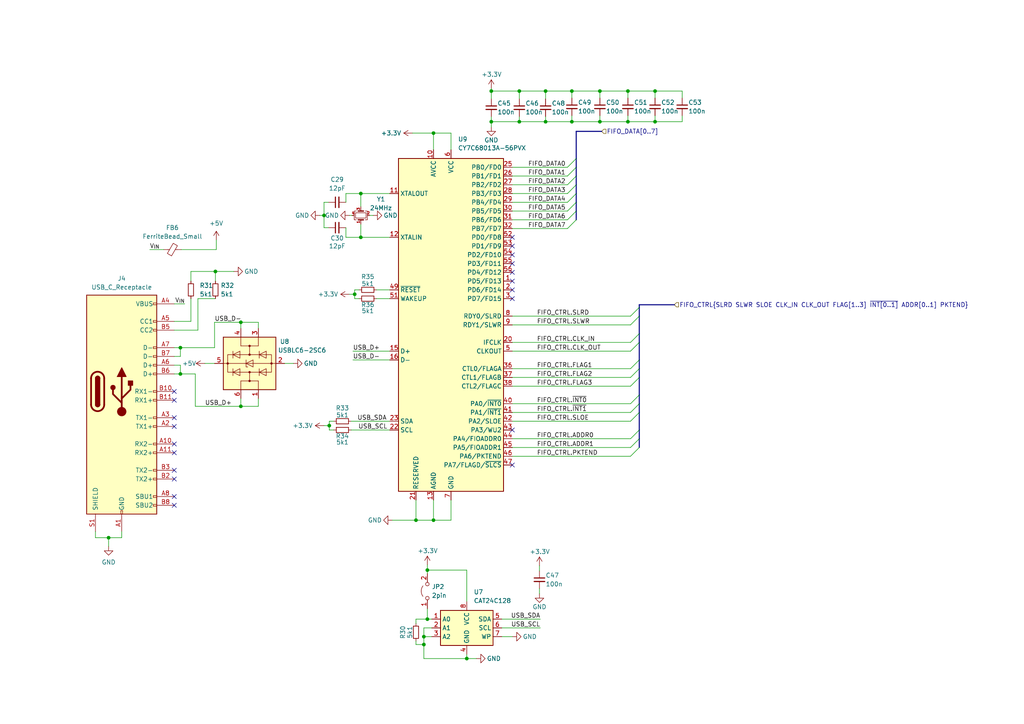
<source format=kicad_sch>
(kicad_sch (version 20230121) (generator eeschema)
  (paper "A4")
  (lib_symbols
    (symbol "Connector:USB_C_Receptacle" (pin_names (offset 1.016))
      (property "Reference" "J" (at -10.16 29.21 0))
      (property "Value" "USB_C_Receptacle" (at 10.16 29.21 0))
      (symbol "USB_C_Receptacle_0_0"
        (rectangle (start -0.254 -35.56) (end 0.254 -34.544))
        (rectangle (start 10.16 -32.766) (end 9.144 -33.274))
        (rectangle (start 10.16 -30.226) (end 9.144 -30.734))
        (rectangle (start 10.16 -25.146) (end 9.144 -25.654))
        (rectangle (start 10.16 -22.606) (end 9.144 -23.114))
        (rectangle (start 10.16 -17.526) (end 9.144 -18.034))
        (rectangle (start 10.16 -14.986) (end 9.144 -15.494))
        (rectangle (start 10.16 -9.906) (end 9.144 -10.414))
        (rectangle (start 10.16 -7.366) (end 9.144 -7.874))
        (rectangle (start 10.16 -2.286) (end 9.144 -2.794))
        (rectangle (start 10.16 0.254) (end 9.144 -0.254))
        (rectangle (start 10.16 5.334) (end 9.144 4.826))
        (rectangle (start 10.16 7.874) (end 9.144 7.366))
        (rectangle (start 10.16 10.414) (end 9.144 9.906))
        (rectangle (start 10.16 12.954) (end 9.144 12.446))
        (rectangle (start 10.16 18.034) (end 9.144 17.526))
        (rectangle (start 10.16 20.574) (end 9.144 20.066))
        (rectangle (start 10.16 25.654) (end 9.144 25.146))
      )
      (symbol "USB_C_Receptacle_0_1"
        (rectangle (start -10.16 27.94) (end 10.16 -35.56) (stroke (width 0.254)) (fill (type background)))
        (arc (start -8.89 -3.81) (mid -6.985 -5.7067) (end -5.08 -3.81) (stroke (width 0.508)))
        (arc (start -7.62 -3.81) (mid -6.985 -4.4423) (end -6.35 -3.81) (stroke (width 0.254)))
        (arc (start -7.62 -3.81) (mid -6.985 -4.4423) (end -6.35 -3.81) (stroke (width 0.254)) (fill (type outline)))
        (rectangle (start -7.62 -3.81) (end -6.35 3.81) (stroke (width 0.254)) (fill (type outline)))
        (arc (start -6.35 3.81) (mid -6.985 4.4423) (end -7.62 3.81) (stroke (width 0.254)))
        (arc (start -6.35 3.81) (mid -6.985 4.4423) (end -7.62 3.81) (stroke (width 0.254)) (fill (type outline)))
        (arc (start -5.08 3.81) (mid -6.985 5.7067) (end -8.89 3.81) (stroke (width 0.508)))
        (polyline (pts (xy -8.89 -3.81) (xy -8.89 3.81)) (stroke (width 0.508)))
        (polyline (pts (xy -5.08 3.81) (xy -5.08 -3.81)) (stroke (width 0.508)))
      )
      (symbol "USB_C_Receptacle_1_1"
        (circle (center -2.54 1.143) (radius 0.635) (stroke (width 0.254)) (fill (type outline)))
        (circle (center 0 -5.842) (radius 1.27) (fill (type outline)))
        (polyline (pts (xy 0 -5.842) (xy 0 4.318)) (stroke (width 0.508)))
        (polyline (pts (xy 0 -3.302) (xy -2.54 -0.762) (xy -2.54 0.508)) (stroke (width 0.508)))
        (polyline (pts (xy 0 -2.032) (xy 2.54 0.508) (xy 2.54 1.778)) (stroke (width 0.508)))
        (polyline (pts (xy -1.27 4.318) (xy 0 6.858) (xy 1.27 4.318) (xy -1.27 4.318)) (stroke (width 0.254)) (fill (type outline)))
        (rectangle (start 1.905 1.778) (end 3.175 3.048) (stroke (width 0.254)) (fill (type outline)))
        (pin passive line (at 0 -40.64 90) (length 5.08) (name "GND") (number "A1"))
        (pin bidirectional line (at 15.24 -15.24 180) (length 5.08) (name "RX2-") (number "A10"))
        (pin bidirectional line (at 15.24 -17.78 180) (length 5.08) (name "RX2+") (number "A11"))
        (pin passive line (at 0 -40.64 90) (length 5.08) hide (name "GND") (number "A12"))
        (pin bidirectional line (at 15.24 -10.16 180) (length 5.08) (name "TX1+") (number "A2"))
        (pin bidirectional line (at 15.24 -7.62 180) (length 5.08) (name "TX1-") (number "A3"))
        (pin passive line (at 15.24 25.4 180) (length 5.08) (name "VBUS") (number "A4"))
        (pin bidirectional line (at 15.24 20.32 180) (length 5.08) (name "CC1") (number "A5"))
        (pin bidirectional line (at 15.24 7.62 180) (length 5.08) (name "D+") (number "A6"))
        (pin bidirectional line (at 15.24 12.7 180) (length 5.08) (name "D-") (number "A7"))
        (pin bidirectional line (at 15.24 -30.48 180) (length 5.08) (name "SBU1") (number "A8"))
        (pin passive line (at 15.24 25.4 180) (length 5.08) hide (name "VBUS") (number "A9"))
        (pin passive line (at 0 -40.64 90) (length 5.08) hide (name "GND") (number "B1"))
        (pin bidirectional line (at 15.24 0 180) (length 5.08) (name "RX1-") (number "B10"))
        (pin bidirectional line (at 15.24 -2.54 180) (length 5.08) (name "RX1+") (number "B11"))
        (pin passive line (at 0 -40.64 90) (length 5.08) hide (name "GND") (number "B12"))
        (pin bidirectional line (at 15.24 -25.4 180) (length 5.08) (name "TX2+") (number "B2"))
        (pin bidirectional line (at 15.24 -22.86 180) (length 5.08) (name "TX2-") (number "B3"))
        (pin passive line (at 15.24 25.4 180) (length 5.08) hide (name "VBUS") (number "B4"))
        (pin bidirectional line (at 15.24 17.78 180) (length 5.08) (name "CC2") (number "B5"))
        (pin bidirectional line (at 15.24 5.08 180) (length 5.08) (name "D+") (number "B6"))
        (pin bidirectional line (at 15.24 10.16 180) (length 5.08) (name "D-") (number "B7"))
        (pin bidirectional line (at 15.24 -33.02 180) (length 5.08) (name "SBU2") (number "B8"))
        (pin passive line (at 15.24 25.4 180) (length 5.08) hide (name "VBUS") (number "B9"))
        (pin passive line (at -7.62 -40.64 90) (length 5.08) (name "SHIELD") (number "S1"))
      )
    )
    (symbol "Device:C_Small" (pin_numbers hide) (pin_names (offset 0.254) hide)
      (property "Reference" "C" (at 0.254 1.778 0))
      (property "Value" "C_Small" (at 0.254 -2.032 0))
      (symbol "C_Small_0_1"
        (polyline (pts (xy -1.524 -0.508) (xy 1.524 -0.508)) (stroke (width 0.3302)))
        (polyline (pts (xy -1.524 0.508) (xy 1.524 0.508)) (stroke (width 0.3048)))
      )
      (symbol "C_Small_1_1"
        (pin passive line (at 0 2.54 270) (length 2.032) (name "~") (number "1"))
        (pin passive line (at 0 -2.54 90) (length 2.032) (name "~") (number "2"))
      )
    )
    (symbol "Device:Crystal_GND24_Small" (pin_names (offset 1.016) hide)
      (property "Reference" "Y" (at 1.27 4.445 0))
      (property "Value" "Crystal_GND24_Small" (at 1.27 2.54 0))
      (symbol "Crystal_GND24_Small_0_1"
        (rectangle (start -0.762 -1.524) (end 0.762 1.524))
        (polyline (pts (xy -1.27 -0.762) (xy -1.27 0.762)) (stroke (width 0.381)))
        (polyline (pts (xy 1.27 -0.762) (xy 1.27 0.762)) (stroke (width 0.381)))
        (polyline (pts (xy -1.27 -1.27) (xy -1.27 -1.905) (xy 1.27 -1.905) (xy 1.27 -1.27)))
        (polyline (pts (xy -1.27 1.27) (xy -1.27 1.905) (xy 1.27 1.905) (xy 1.27 1.27)))
      )
      (symbol "Crystal_GND24_Small_1_1"
        (pin passive line (at -2.54 0 0) (length 1.27) (name "1") (number "1"))
        (pin passive line (at 0 -2.54 90) (length 0.635) (name "2") (number "2"))
        (pin passive line (at 2.54 0 180) (length 1.27) (name "3") (number "3"))
        (pin passive line (at 0 2.54 270) (length 0.635) (name "4") (number "4"))
      )
    )
    (symbol "Device:FerriteBead_Small" (pin_numbers hide) (pin_names (offset 0))
      (property "Reference" "FB" (at 1.905 1.27 0))
      (property "Value" "FerriteBead_Small" (at 1.905 -1.27 0))
      (symbol "FerriteBead_Small_0_1"
        (polyline (pts (xy 0 -1.27) (xy 0 -0.7874)))
        (polyline (pts (xy 0 0.889) (xy 0 1.2954)))
        (polyline (pts (xy -1.8288 0.2794) (xy -1.1176 1.4986) (xy 1.8288 -0.2032) (xy 1.1176 -1.4224) (xy -1.8288 0.2794)))
      )
      (symbol "FerriteBead_Small_1_1"
        (pin passive line (at 0 2.54 270) (length 1.27) (name "~") (number "1"))
        (pin passive line (at 0 -2.54 90) (length 1.27) (name "~") (number "2"))
      )
    )
    (symbol "Device:R_Small" (pin_numbers hide) (pin_names (offset 0.254) hide)
      (property "Reference" "R" (at 0.762 0.508 0))
      (property "Value" "R_Small" (at 0.762 -1.016 0))
      (symbol "R_Small_0_1"
        (rectangle (start -0.762 1.778) (end 0.762 -1.778) (stroke (width 0.2032)))
      )
      (symbol "R_Small_1_1"
        (pin passive line (at 0 2.54 270) (length 0.762) (name "~") (number "1"))
        (pin passive line (at 0 -2.54 90) (length 0.762) (name "~") (number "2"))
      )
    )
    (symbol "Jumper:Jumper_2_Open" (pin_names (offset 0) hide)
      (property "Reference" "JP" (at 0 2.794 0))
      (property "Value" "Jumper_2_Open" (at 0 -2.286 0))
      (symbol "Jumper_2_Open_0_0"
        (circle (center -2.032 0) (radius 0.508))
        (circle (center 2.032 0) (radius 0.508))
      )
      (symbol "Jumper_2_Open_0_1"
        (arc (start 1.524 1.27) (mid 0 1.778) (end -1.524 1.27))
      )
      (symbol "Jumper_2_Open_1_1"
        (pin passive line (at -5.08 0 0) (length 2.54) (name "A") (number "1"))
        (pin passive line (at 5.08 0 180) (length 2.54) (name "B") (number "2"))
      )
    )
    (symbol "MCU_Cypress:CY7C68013A-56PVX"
      (property "Reference" "U" (at -13.97 49.53 0))
      (property "Value" "CY7C68013A-56PVX" (at 12.7 49.53 0))
      (symbol "CY7C68013A-56PVX_0_1"
        (rectangle (start 15.24 -48.26) (end -15.24 48.26) (stroke (width 0.254)) (fill (type background)))
      )
      (symbol "CY7C68013A-56PVX_1_1"
        (pin bidirectional line (at 17.78 12.7 180) (length 2.54) (name "PD5/FD13") (number "1"))
        (pin power_in line (at -5.08 50.8 270) (length 2.54) (name "AVCC") (number "10"))
        (pin output line (at -17.78 38.1 0) (length 2.54) (name "XTALOUT") (number "11"))
        (pin input line (at -17.78 25.4 0) (length 2.54) (name "XTALIN") (number "12"))
        (pin power_in line (at -5.08 -50.8 90) (length 2.54) (name "AGND") (number "13"))
        (pin passive line (at -5.08 50.8 270) (length 2.54) hide (name "AVCC") (number "14"))
        (pin bidirectional line (at -17.78 -7.62 0) (length 2.54) (name "D+") (number "15"))
        (pin bidirectional line (at -17.78 -10.16 0) (length 2.54) (name "D-") (number "16"))
        (pin passive line (at -5.08 -50.8 90) (length 2.54) hide (name "AGND") (number "17"))
        (pin passive line (at 0 50.8 270) (length 2.54) hide (name "VCC") (number "18"))
        (pin passive line (at 0 -50.8 90) (length 2.54) hide (name "GND") (number "19"))
        (pin bidirectional line (at 17.78 10.16 180) (length 2.54) (name "PD6/FD14") (number "2"))
        (pin bidirectional line (at 17.78 -5.08 180) (length 2.54) (name "IFCLK") (number "20"))
        (pin input line (at -10.16 -50.8 90) (length 2.54) (name "RESERVED") (number "21"))
        (pin input line (at -17.78 -30.48 0) (length 2.54) (name "SCL") (number "22"))
        (pin bidirectional line (at -17.78 -27.94 0) (length 2.54) (name "SDA") (number "23"))
        (pin passive line (at 0 50.8 270) (length 2.54) hide (name "VCC") (number "24"))
        (pin bidirectional line (at 17.78 45.72 180) (length 2.54) (name "PB0/FD0") (number "25"))
        (pin bidirectional line (at 17.78 43.18 180) (length 2.54) (name "PB1/FD1") (number "26"))
        (pin bidirectional line (at 17.78 40.64 180) (length 2.54) (name "PB2/FD2") (number "27"))
        (pin bidirectional line (at 17.78 38.1 180) (length 2.54) (name "PB3/FD3") (number "28"))
        (pin bidirectional line (at 17.78 35.56 180) (length 2.54) (name "PB4/FD4") (number "29"))
        (pin bidirectional line (at 17.78 7.62 180) (length 2.54) (name "PD7/FD15") (number "3"))
        (pin bidirectional line (at 17.78 33.02 180) (length 2.54) (name "PB5/FD5") (number "30"))
        (pin bidirectional line (at 17.78 30.48 180) (length 2.54) (name "PB6/FD6") (number "31"))
        (pin bidirectional line (at 17.78 27.94 180) (length 2.54) (name "PB7/FD7") (number "32"))
        (pin passive line (at 0 -50.8 90) (length 2.54) hide (name "GND") (number "33"))
        (pin passive line (at 0 50.8 270) (length 2.54) hide (name "VCC") (number "34"))
        (pin passive line (at 0 -50.8 90) (length 2.54) hide (name "GND") (number "35"))
        (pin output line (at 17.78 -12.7 180) (length 2.54) (name "CTL0/FLAGA") (number "36"))
        (pin output line (at 17.78 -15.24 180) (length 2.54) (name "CTL1/FLAGB") (number "37"))
        (pin output line (at 17.78 -17.78 180) (length 2.54) (name "CTL2/FLAGC") (number "38"))
        (pin passive line (at 0 50.8 270) (length 2.54) hide (name "VCC") (number "39"))
        (pin passive line (at 0 -50.8 90) (length 2.54) hide (name "GND") (number "4"))
        (pin bidirectional line (at 17.78 -22.86 180) (length 2.54) (name "PA0/~{INT0}") (number "40"))
        (pin bidirectional line (at 17.78 -25.4 180) (length 2.54) (name "PA1/~{INT1}") (number "41"))
        (pin bidirectional line (at 17.78 -27.94 180) (length 2.54) (name "PA2/SLOE") (number "42"))
        (pin bidirectional line (at 17.78 -30.48 180) (length 2.54) (name "PA3/WU2") (number "43"))
        (pin bidirectional line (at 17.78 -33.02 180) (length 2.54) (name "PA4/FIOADDR0") (number "44"))
        (pin bidirectional line (at 17.78 -35.56 180) (length 2.54) (name "PA5/FIOADDR1") (number "45"))
        (pin bidirectional line (at 17.78 -38.1 180) (length 2.54) (name "PA6/PKTEND") (number "46"))
        (pin bidirectional line (at 17.78 -40.64 180) (length 2.54) (name "PA7/FLAGD/~{SLCS}") (number "47"))
        (pin passive line (at 0 -50.8 90) (length 2.54) hide (name "GND") (number "48"))
        (pin input line (at -17.78 10.16 0) (length 2.54) (name "~{RESET}") (number "49"))
        (pin output line (at 17.78 -7.62 180) (length 2.54) (name "CLKOUT") (number "5"))
        (pin passive line (at 0 50.8 270) (length 2.54) hide (name "VCC") (number "50"))
        (pin input line (at -17.78 7.62 0) (length 2.54) (name "WAKEUP") (number "51"))
        (pin bidirectional line (at 17.78 25.4 180) (length 2.54) (name "PD0/FD8") (number "52"))
        (pin bidirectional line (at 17.78 22.86 180) (length 2.54) (name "PD1/FD9") (number "53"))
        (pin bidirectional line (at 17.78 20.32 180) (length 2.54) (name "PD2/FD10") (number "54"))
        (pin bidirectional line (at 17.78 17.78 180) (length 2.54) (name "PD3/FD11") (number "55"))
        (pin bidirectional line (at 17.78 15.24 180) (length 2.54) (name "PD4/FD12") (number "56"))
        (pin power_in line (at 0 50.8 270) (length 2.54) (name "VCC") (number "6"))
        (pin power_in line (at 0 -50.8 90) (length 2.54) (name "GND") (number "7"))
        (pin input line (at 17.78 2.54 180) (length 2.54) (name "RDY0/SLRD") (number "8"))
        (pin input line (at 17.78 0 180) (length 2.54) (name "RDY1/SLWR") (number "9"))
      )
    )
    (symbol "Memory_EEPROM:CAT24C128"
      (property "Reference" "U" (at -6.35 6.35 0))
      (property "Value" "CAT24C128" (at 1.27 6.35 0))
      (symbol "CAT24C128_1_1"
        (rectangle (start -7.62 5.08) (end 7.62 -5.08) (stroke (width 0.254)) (fill (type background)))
        (pin input line (at -10.16 2.54 0) (length 2.54) (name "A0") (number "1"))
        (pin input line (at -10.16 0 0) (length 2.54) (name "A1") (number "2"))
        (pin input line (at -10.16 -2.54 0) (length 2.54) (name "A2") (number "3"))
        (pin power_in line (at 0 -7.62 90) (length 2.54) (name "GND") (number "4"))
        (pin bidirectional line (at 10.16 2.54 180) (length 2.54) (name "SDA") (number "5"))
        (pin input line (at 10.16 0 180) (length 2.54) (name "SCL") (number "6"))
        (pin input line (at 10.16 -2.54 180) (length 2.54) (name "WP") (number "7"))
        (pin power_in line (at 0 7.62 270) (length 2.54) (name "VCC") (number "8"))
      )
    )
    (symbol "Power_Protection:USBLC6-2SC6" (pin_names hide)
      (property "Reference" "U" (at 2.54 8.89 0))
      (property "Value" "USBLC6-2SC6" (at 2.54 -8.89 0))
      (symbol "USBLC6-2SC6_0_1"
        (rectangle (start -7.62 -7.62) (end 7.62 7.62) (stroke (width 0.254)) (fill (type background)))
        (circle (center -5.08 0) (radius 0.254) (fill (type outline)))
        (circle (center -2.54 0) (radius 0.254) (fill (type outline)))
        (rectangle (start -2.54 6.35) (end 2.54 -6.35))
        (circle (center 0 -6.35) (radius 0.254) (fill (type outline)))
        (polyline (pts (xy -5.08 -2.54) (xy -7.62 -2.54)))
        (polyline (pts (xy -5.08 0) (xy -5.08 -2.54)))
        (polyline (pts (xy -5.08 2.54) (xy -7.62 2.54)))
        (polyline (pts (xy -1.524 -2.794) (xy -3.556 -2.794)))
        (polyline (pts (xy -1.524 4.826) (xy -3.556 4.826)))
        (polyline (pts (xy 0 -7.62) (xy 0 -6.35)))
        (polyline (pts (xy 0 -6.35) (xy 0 1.27)))
        (polyline (pts (xy 0 1.27) (xy 0 6.35)))
        (polyline (pts (xy 0 6.35) (xy 0 7.62)))
        (polyline (pts (xy 1.524 -2.794) (xy 3.556 -2.794)))
        (polyline (pts (xy 1.524 4.826) (xy 3.556 4.826)))
        (polyline (pts (xy 5.08 -2.54) (xy 7.62 -2.54)))
        (polyline (pts (xy 5.08 0) (xy 5.08 -2.54)))
        (polyline (pts (xy 5.08 2.54) (xy 7.62 2.54)))
        (polyline (pts (xy -2.54 0) (xy -5.08 0) (xy -5.08 2.54)))
        (polyline (pts (xy 2.54 0) (xy 5.08 0) (xy 5.08 2.54)))
        (polyline (pts (xy -3.556 -4.826) (xy -1.524 -4.826) (xy -2.54 -2.794) (xy -3.556 -4.826)))
        (polyline (pts (xy -3.556 2.794) (xy -1.524 2.794) (xy -2.54 4.826) (xy -3.556 2.794)))
        (polyline (pts (xy -1.016 -1.016) (xy 1.016 -1.016) (xy 0 1.016) (xy -1.016 -1.016)))
        (polyline (pts (xy 1.016 1.016) (xy 0.762 1.016) (xy -1.016 1.016) (xy -1.016 0.508)))
        (polyline (pts (xy 3.556 -4.826) (xy 1.524 -4.826) (xy 2.54 -2.794) (xy 3.556 -4.826)))
        (polyline (pts (xy 3.556 2.794) (xy 1.524 2.794) (xy 2.54 4.826) (xy 3.556 2.794)))
        (circle (center 0 6.35) (radius 0.254) (fill (type outline)))
        (circle (center 2.54 0) (radius 0.254) (fill (type outline)))
        (circle (center 5.08 0) (radius 0.254) (fill (type outline)))
      )
      (symbol "USBLC6-2SC6_1_1"
        (pin passive line (at -10.16 -2.54 0) (length 2.54) (name "I/O1") (number "1"))
        (pin passive line (at 0 -10.16 90) (length 2.54) (name "GND") (number "2"))
        (pin passive line (at 10.16 -2.54 180) (length 2.54) (name "I/O2") (number "3"))
        (pin passive line (at 10.16 2.54 180) (length 2.54) (name "I/O2") (number "4"))
        (pin passive line (at 0 10.16 270) (length 2.54) (name "VBUS") (number "5"))
        (pin passive line (at -10.16 2.54 0) (length 2.54) (name "I/O1") (number "6"))
      )
    )
    (symbol "power:+3.3V" (power) (pin_names (offset 0))
      (property "Value" "+3.3V" (at 0 3.556 0))
      (symbol "+3.3V_0_1"
        (polyline (pts (xy -0.762 1.27) (xy 0 2.54)))
        (polyline (pts (xy 0 0) (xy 0 2.54)))
        (polyline (pts (xy 0 2.54) (xy 0.762 1.27)))
      )
      (symbol "+3.3V_1_1"
        (pin power_in line (at 0 0 90) (length 0) hide (name "+3.3V") (number "1"))
      )
    )
    (symbol "power:+5V" (power) (pin_names (offset 0))
      (property "Value" "+5V" (at 0 3.556 0))
      (symbol "+5V_0_1"
        (polyline (pts (xy -0.762 1.27) (xy 0 2.54)))
        (polyline (pts (xy 0 0) (xy 0 2.54)))
        (polyline (pts (xy 0 2.54) (xy 0.762 1.27)))
      )
      (symbol "+5V_1_1"
        (pin power_in line (at 0 0 90) (length 0) hide (name "+5V") (number "1"))
      )
    )
    (symbol "power:GND" (power) (pin_names (offset 0))
      (property "Value" "GND" (at 0 -3.81 0))
      (symbol "GND_0_1"
        (polyline (pts (xy 0 0) (xy 0 -1.27) (xy 1.27 -1.27) (xy 0 -2.54) (xy -1.27 -1.27) (xy 0 -1.27)))
      )
      (symbol "GND_1_1"
        (pin power_in line (at 0 0 270) (length 0) hide (name "GND") (number "1"))
      )
    )
  )
  (bus_alias "FIFO_DATA[0-7]" (members))
  (junction (at 120.65 150.876))
  (junction (at 69.85 117.856))
  (junction (at 189.992 35.306))
  (junction (at 52.324 108.458))
  (junction (at 158.242 35.306))
  (junction (at 122.936 184.658))
  (junction (at 173.99 26.416))
  (junction (at 135.382 191.008))
  (junction (at 173.99 35.306))
  (junction (at 150.622 35.306))
  (junction (at 62.484 78.74))
  (junction (at 69.85 93.472))
  (junction (at 52.324 100.838))
  (junction (at 93.98 62.484))
  (junction (at 123.952 165.354))
  (junction (at 165.862 35.306))
  (junction (at 142.494 26.416))
  (junction (at 150.622 26.416))
  (junction (at 158.242 26.416))
  (junction (at 123.952 179.578))
  (junction (at 182.118 26.416))
  (junction (at 104.648 68.834))
  (junction (at 102.87 85.344))
  (junction (at 182.118 35.306))
  (junction (at 95.504 123.444))
  (junction (at 165.862 26.416))
  (junction (at 104.648 56.134))
  (junction (at 125.73 150.876))
  (junction (at 142.494 35.306))
  (junction (at 31.496 155.956))
  (junction (at 189.992 26.416))
  (junction (at 122.936 186.944))
  (junction (at 125.73 38.608))
  (no_connect (at 50.546 128.778))
  (no_connect (at 148.59 124.714))
  (no_connect (at 50.546 138.938))
  (no_connect (at 50.546 136.398))
  (no_connect (at 50.546 146.558))
  (no_connect (at 50.546 116.078))
  (no_connect (at 50.546 144.018))
  (no_connect (at 50.546 131.318))
  (no_connect (at 50.546 121.158))
  (no_connect (at 148.59 68.834))
  (no_connect (at 148.59 71.374))
  (no_connect (at 148.59 73.914))
  (no_connect (at 148.59 76.454))
  (no_connect (at 148.59 86.614))
  (no_connect (at 148.59 81.534))
  (no_connect (at 148.59 84.074))
  (no_connect (at 148.59 78.994))
  (no_connect (at 50.546 123.698))
  (no_connect (at 50.546 113.538))
  (no_connect (at 148.59 134.874))
  (bus_entry (at 185.42 127.254) (size -2.54 2.54))
  (bus_entry (at 167.132 53.594) (size -2.54 2.54))
  (bus_entry (at 167.132 58.674) (size -2.54 2.54))
  (bus_entry (at 185.42 99.314) (size -2.54 2.54))
  (bus_entry (at 185.42 117.094) (size -2.54 2.54))
  (bus_entry (at 167.132 56.134) (size -2.54 2.54))
  (bus_entry (at 167.132 45.974) (size -2.54 2.54))
  (bus_entry (at 167.132 51.054) (size -2.54 2.54))
  (bus_entry (at 185.42 106.934) (size -2.54 2.54))
  (bus_entry (at 167.132 63.754) (size -2.54 2.54))
  (bus_entry (at 167.132 48.514) (size -2.54 2.54))
  (bus_entry (at 167.132 61.214) (size -2.54 2.54))
  (bus_entry (at 185.42 114.554) (size -2.54 2.54))
  (bus_entry (at 185.42 109.474) (size -2.54 2.54))
  (bus_entry (at 185.42 124.714) (size -2.54 2.54))
  (bus_entry (at 185.42 89.154) (size -2.54 2.54))
  (bus_entry (at 185.42 104.394) (size -2.54 2.54))
  (bus_entry (at 185.42 91.694) (size -2.54 2.54))
  (bus_entry (at 185.42 96.774) (size -2.54 2.54))
  (bus_entry (at 185.42 119.634) (size -2.54 2.54))
  (bus_entry (at 185.42 129.794) (size -2.54 2.54))
  (wire (pts (xy 52.324 108.458) (xy 50.546 108.458)))
  (wire (pts (xy 62.484 78.74) (xy 62.484 81.534)))
  (wire (pts (xy 74.93 95.25) (xy 74.93 93.472)))
  (wire (pts (xy 148.59 122.174) (xy 182.88 122.174)))
  (wire (pts (xy 123.952 165.354) (xy 123.952 166.37)))
  (bus (pts (xy 174.498 38.1) (xy 167.132 38.1)))
  (bus (pts (xy 167.132 51.054) (xy 167.132 53.594)))
  (wire (pts (xy 130.81 150.876) (xy 125.73 150.876)))
  (bus (pts (xy 195.58 88.392) (xy 185.42 88.392)))
  (wire (pts (xy 148.59 101.854) (xy 182.88 101.854)))
  (wire (pts (xy 35.306 155.956) (xy 31.496 155.956)))
  (wire (pts (xy 74.93 117.856) (xy 69.85 117.856)))
  (wire (pts (xy 69.85 115.57) (xy 69.85 117.856)))
  (bus (pts (xy 167.132 53.594) (xy 167.132 56.134)))
  (wire (pts (xy 150.622 33.782) (xy 150.622 35.306)))
  (wire (pts (xy 165.862 26.416) (xy 173.99 26.416)))
  (wire (pts (xy 82.55 105.41) (xy 85.09 105.41)))
  (wire (pts (xy 148.59 117.094) (xy 182.88 117.094)))
  (bus (pts (xy 185.42 106.934) (xy 185.42 109.474)))
  (wire (pts (xy 69.85 93.472) (xy 69.85 95.25)))
  (wire (pts (xy 182.118 35.306) (xy 189.992 35.306)))
  (wire (pts (xy 125.73 38.608) (xy 125.73 43.434)))
  (wire (pts (xy 156.464 164.084) (xy 156.464 165.608)))
  (bus (pts (xy 185.42 124.714) (xy 185.42 127.254)))
  (bus (pts (xy 167.132 48.514) (xy 167.132 51.054)))
  (wire (pts (xy 62.484 78.74) (xy 55.372 78.74)))
  (wire (pts (xy 148.59 66.294) (xy 164.592 66.294)))
  (wire (pts (xy 165.862 35.306) (xy 173.99 35.306)))
  (wire (pts (xy 197.866 26.416) (xy 197.866 28.448)))
  (wire (pts (xy 104.648 68.834) (xy 100.33 68.834)))
  (wire (pts (xy 104.648 65.024) (xy 104.648 68.834)))
  (wire (pts (xy 104.648 56.134) (xy 100.33 56.134)))
  (wire (pts (xy 104.648 56.134) (xy 104.648 59.944)))
  (wire (pts (xy 102.362 104.394) (xy 113.03 104.394)))
  (wire (pts (xy 148.59 58.674) (xy 164.592 58.674)))
  (bus (pts (xy 185.42 119.634) (xy 185.42 124.714)))
  (wire (pts (xy 122.936 186.944) (xy 122.936 191.008)))
  (wire (pts (xy 135.382 165.354) (xy 135.382 174.498)))
  (wire (pts (xy 104.14 84.074) (xy 102.87 84.074)))
  (wire (pts (xy 62.484 86.614) (xy 57.404 86.614)))
  (wire (pts (xy 189.992 33.528) (xy 189.992 35.306)))
  (wire (pts (xy 57.404 86.614) (xy 57.404 95.758)))
  (wire (pts (xy 142.494 25.654) (xy 142.494 26.416)))
  (wire (pts (xy 189.992 26.416) (xy 197.866 26.416)))
  (bus (pts (xy 185.42 104.394) (xy 185.42 106.934)))
  (wire (pts (xy 189.992 26.416) (xy 189.992 28.448)))
  (wire (pts (xy 142.494 33.782) (xy 142.494 35.306)))
  (wire (pts (xy 56.642 108.458) (xy 52.324 108.458)))
  (wire (pts (xy 52.578 72.39) (xy 62.738 72.39)))
  (wire (pts (xy 142.494 26.416) (xy 150.622 26.416)))
  (wire (pts (xy 165.862 26.416) (xy 165.862 28.448)))
  (wire (pts (xy 150.622 26.416) (xy 150.622 28.702)))
  (wire (pts (xy 93.98 123.444) (xy 95.504 123.444)))
  (wire (pts (xy 52.324 100.838) (xy 52.324 103.378)))
  (wire (pts (xy 148.59 61.214) (xy 164.592 61.214)))
  (bus (pts (xy 185.42 99.314) (xy 185.42 104.394)))
  (wire (pts (xy 31.496 155.956) (xy 27.686 155.956)))
  (wire (pts (xy 74.93 115.57) (xy 74.93 117.856)))
  (wire (pts (xy 93.98 66.04) (xy 95.25 66.04)))
  (wire (pts (xy 119.634 38.608) (xy 125.73 38.608)))
  (wire (pts (xy 95.25 58.674) (xy 93.98 58.674)))
  (bus (pts (xy 167.132 38.1) (xy 167.132 45.974)))
  (wire (pts (xy 102.87 86.614) (xy 104.14 86.614)))
  (wire (pts (xy 47.498 72.39) (xy 43.434 72.39)))
  (wire (pts (xy 52.324 103.378) (xy 50.546 103.378)))
  (wire (pts (xy 148.59 91.694) (xy 182.88 91.694)))
  (wire (pts (xy 148.59 53.594) (xy 164.592 53.594)))
  (wire (pts (xy 148.59 56.134) (xy 164.592 56.134)))
  (wire (pts (xy 197.866 33.528) (xy 197.866 35.306)))
  (wire (pts (xy 156.464 170.688) (xy 156.464 172.212)))
  (bus (pts (xy 185.42 96.774) (xy 185.42 99.314)))
  (wire (pts (xy 57.404 95.758) (xy 50.546 95.758)))
  (wire (pts (xy 135.382 191.008) (xy 135.382 189.738)))
  (wire (pts (xy 182.118 33.528) (xy 182.118 35.306)))
  (bus (pts (xy 185.42 109.474) (xy 185.42 114.554)))
  (wire (pts (xy 74.93 93.472) (xy 69.85 93.472)))
  (wire (pts (xy 50.546 88.138) (xy 53.594 88.138)))
  (wire (pts (xy 150.622 35.306) (xy 158.242 35.306)))
  (wire (pts (xy 158.242 33.782) (xy 158.242 35.306)))
  (wire (pts (xy 148.59 119.634) (xy 182.88 119.634)))
  (wire (pts (xy 125.222 179.578) (xy 123.952 179.578)))
  (wire (pts (xy 96.774 122.174) (xy 95.504 122.174)))
  (wire (pts (xy 182.118 26.416) (xy 182.118 28.448)))
  (wire (pts (xy 55.372 93.218) (xy 55.372 86.614)))
  (wire (pts (xy 122.936 191.008) (xy 135.382 191.008)))
  (bus (pts (xy 167.132 56.134) (xy 167.132 58.674)))
  (wire (pts (xy 148.59 94.234) (xy 182.88 94.234)))
  (bus (pts (xy 185.42 88.392) (xy 185.42 89.154)))
  (wire (pts (xy 62.23 93.472) (xy 62.23 100.838)))
  (wire (pts (xy 173.99 26.416) (xy 173.99 28.448)))
  (wire (pts (xy 148.59 63.754) (xy 164.592 63.754)))
  (wire (pts (xy 27.686 155.956) (xy 27.686 154.178)))
  (bus (pts (xy 185.42 117.094) (xy 185.42 119.634)))
  (wire (pts (xy 69.85 93.472) (xy 62.23 93.472)))
  (wire (pts (xy 35.306 154.178) (xy 35.306 155.956)))
  (wire (pts (xy 52.324 105.918) (xy 52.324 108.458)))
  (wire (pts (xy 113.03 56.134) (xy 104.648 56.134)))
  (wire (pts (xy 125.73 150.876) (xy 120.65 150.876)))
  (wire (pts (xy 165.862 33.528) (xy 165.862 35.306)))
  (wire (pts (xy 56.642 117.856) (xy 56.642 108.458)))
  (wire (pts (xy 122.936 184.658) (xy 122.936 186.944)))
  (wire (pts (xy 123.952 176.53) (xy 123.952 179.578)))
  (wire (pts (xy 142.494 35.306) (xy 142.494 36.83)))
  (wire (pts (xy 148.59 112.014) (xy 182.88 112.014)))
  (bus (pts (xy 185.42 89.154) (xy 185.42 91.694)))
  (wire (pts (xy 122.936 182.118) (xy 122.936 184.658)))
  (wire (pts (xy 135.382 191.008) (xy 138.176 191.008)))
  (wire (pts (xy 93.98 62.484) (xy 93.98 66.04)))
  (wire (pts (xy 148.59 127.254) (xy 182.88 127.254)))
  (wire (pts (xy 102.87 84.074) (xy 102.87 85.344)))
  (wire (pts (xy 148.59 129.794) (xy 182.88 129.794)))
  (wire (pts (xy 148.59 132.334) (xy 182.88 132.334)))
  (wire (pts (xy 148.59 109.474) (xy 182.88 109.474)))
  (wire (pts (xy 130.81 43.434) (xy 130.81 38.608)))
  (wire (pts (xy 173.99 33.528) (xy 173.99 35.306)))
  (wire (pts (xy 95.504 123.444) (xy 95.504 124.714)))
  (wire (pts (xy 120.65 185.928) (xy 120.65 186.944)))
  (wire (pts (xy 158.242 35.306) (xy 165.862 35.306)))
  (bus (pts (xy 185.42 114.554) (xy 185.42 117.094)))
  (wire (pts (xy 101.854 124.714) (xy 113.03 124.714)))
  (wire (pts (xy 130.81 38.608) (xy 125.73 38.608)))
  (wire (pts (xy 125.73 145.034) (xy 125.73 150.876)))
  (wire (pts (xy 120.65 150.876) (xy 113.792 150.876)))
  (wire (pts (xy 123.952 179.578) (xy 120.65 179.578)))
  (wire (pts (xy 148.59 48.514) (xy 164.592 48.514)))
  (bus (pts (xy 167.132 58.674) (xy 167.132 61.214)))
  (wire (pts (xy 150.622 26.416) (xy 158.242 26.416)))
  (wire (pts (xy 189.992 35.306) (xy 197.866 35.306)))
  (wire (pts (xy 120.65 179.578) (xy 120.65 180.848)))
  (wire (pts (xy 50.546 93.218) (xy 55.372 93.218)))
  (wire (pts (xy 69.85 117.856) (xy 56.642 117.856)))
  (wire (pts (xy 158.242 26.416) (xy 165.862 26.416)))
  (wire (pts (xy 145.542 179.578) (xy 156.718 179.578)))
  (wire (pts (xy 173.99 35.306) (xy 182.118 35.306)))
  (wire (pts (xy 62.23 100.838) (xy 52.324 100.838)))
  (wire (pts (xy 122.936 184.658) (xy 125.222 184.658)))
  (wire (pts (xy 109.22 86.614) (xy 113.03 86.614)))
  (wire (pts (xy 95.504 124.714) (xy 96.774 124.714)))
  (wire (pts (xy 142.494 35.306) (xy 150.622 35.306)))
  (wire (pts (xy 59.436 105.41) (xy 62.23 105.41)))
  (wire (pts (xy 113.03 68.834) (xy 104.648 68.834)))
  (wire (pts (xy 145.542 184.658) (xy 148.59 184.658)))
  (wire (pts (xy 50.546 100.838) (xy 52.324 100.838)))
  (wire (pts (xy 102.87 85.344) (xy 102.87 86.614)))
  (wire (pts (xy 148.59 106.934) (xy 182.88 106.934)))
  (wire (pts (xy 173.99 26.416) (xy 182.118 26.416)))
  (wire (pts (xy 123.952 165.354) (xy 135.382 165.354)))
  (wire (pts (xy 148.59 51.054) (xy 164.592 51.054)))
  (wire (pts (xy 101.346 85.344) (xy 102.87 85.344)))
  (wire (pts (xy 92.71 62.484) (xy 93.98 62.484)))
  (wire (pts (xy 182.118 26.416) (xy 189.992 26.416)))
  (wire (pts (xy 95.504 122.174) (xy 95.504 123.444)))
  (wire (pts (xy 67.818 78.74) (xy 62.484 78.74)))
  (wire (pts (xy 102.362 101.854) (xy 113.03 101.854)))
  (wire (pts (xy 107.188 62.484) (xy 108.204 62.484)))
  (wire (pts (xy 145.542 182.118) (xy 156.718 182.118)))
  (wire (pts (xy 123.952 163.83) (xy 123.952 165.354)))
  (wire (pts (xy 148.59 99.314) (xy 182.88 99.314)))
  (wire (pts (xy 130.81 145.034) (xy 130.81 150.876)))
  (wire (pts (xy 62.738 72.39) (xy 62.738 69.596)))
  (bus (pts (xy 185.42 127.254) (xy 185.42 129.794)))
  (wire (pts (xy 101.346 62.484) (xy 102.108 62.484)))
  (wire (pts (xy 31.496 155.956) (xy 31.496 158.496)))
  (wire (pts (xy 100.33 56.134) (xy 100.33 58.674)))
  (wire (pts (xy 93.98 58.674) (xy 93.98 62.484)))
  (wire (pts (xy 120.65 145.034) (xy 120.65 150.876)))
  (bus (pts (xy 167.132 61.214) (xy 167.132 63.754)))
  (bus (pts (xy 185.42 91.694) (xy 185.42 96.774)))
  (wire (pts (xy 55.372 78.74) (xy 55.372 81.534)))
  (wire (pts (xy 101.854 122.174) (xy 113.03 122.174)))
  (wire (pts (xy 158.242 26.416) (xy 158.242 28.702)))
  (wire (pts (xy 50.546 105.918) (xy 52.324 105.918)))
  (wire (pts (xy 142.494 26.416) (xy 142.494 28.702)))
  (wire (pts (xy 109.22 84.074) (xy 113.03 84.074)))
  (wire (pts (xy 122.936 182.118) (xy 125.222 182.118)))
  (bus (pts (xy 167.132 45.974) (xy 167.132 48.514)))
  (wire (pts (xy 120.65 186.944) (xy 122.936 186.944)))
  (wire (pts (xy 100.33 68.834) (xy 100.33 66.04)))
  (label "FIFO_CTRL.FLAG1" (at 155.702 106.934 0))
  (label "FIFO_CTRL.~{INT0}" (at 155.702 117.094 0))
  (label "FIFO_CTRL.SLRD" (at 155.702 91.694 0))
  (label "FIFO_CTRL.ADDR1" (at 155.702 129.794 0))
  (label "FIFO_CTRL.ADDR0" (at 155.702 127.254 0))
  (label "FIFO_CTRL.CLK_IN" (at 155.702 99.314 0))
  (label "USB_SDA" (at 156.718 179.578 180))
  (label "FIFO_CTRL.CLK_OUT" (at 155.702 101.854 0))
  (label "USB_D-" (at 62.23 93.472 0))
  (label "FIFO_CTRL.~{INT1}" (at 155.702 119.634 0))
  (label "FIFO_DATA0" (at 153.162 48.514 0))
  (label "USB_D+" (at 59.436 117.856 0))
  (label "V_{IN}" (at 43.434 72.39 0))
  (label "USB_SDA" (at 103.632 122.174 0))
  (label "FIFO_DATA1" (at 153.162 51.054 0))
  (label "FIFO_DATA3" (at 153.162 56.134 0))
  (label "USB_D+" (at 102.362 101.854 0))
  (label "FIFO_CTRL.SLOE" (at 155.702 122.174 0))
  (label "FIFO_DATA4" (at 153.162 58.674 0))
  (label "FIFO_CTRL.FLAG3" (at 155.702 112.014 0))
  (label "FIFO_DATA6" (at 153.162 63.754 0))
  (label "FIFO_DATA5" (at 153.162 61.214 0))
  (label "FIFO_DATA7" (at 153.162 66.294 0))
  (label "FIFO_CTRL.FLAG2" (at 155.702 109.474 0))
  (label "V_{IN}" (at 53.594 88.138 180))
  (label "FIFO_DATA2" (at 153.162 53.594 0))
  (label "USB_SCL" (at 103.886 124.714 0))
  (label "FIFO_CTRL.PKTEND" (at 155.702 132.334 0))
  (label "FIFO_CTRL.SLWR" (at 155.702 94.234 0))
  (label "USB_D-" (at 102.362 104.394 0))
  (label "USB_SCL" (at 156.718 182.118 180))
  (hierarchical_label "FIFO_DATA[0..7]" (shape input) (at 174.498 38.1 0))
  (hierarchical_label "FIFO_CTRL{SLRD SLWR SLOE CLK_IN CLK_OUT FLAG[1..3] ~{INT[0..1]} ADDR[0..1] PKTEND}" (shape input) (at 195.58 88.392 0))
  (symbol (lib_id "Device:C_Small") (at 158.242 31.242 0) (unit 1)
    (property "Reference" "C48" (at 160.02 29.972 0) (effects (justify left)))
    (property "Value" "100n" (at 160.02 32.512 0) (effects (justify left)))
    (property "Footprint" "Capacitor_SMD:C_0402_1005Metric" (effects hide))
  )
  (symbol (lib_id "Device:C_Small") (at 97.79 66.04 90) (unit 1)
    (property "Reference" "C30" (at 97.79 69.088 90))
    (property "Value" "12pF" (at 97.79 71.374 90))
    (property "Footprint" "Capacitor_SMD:C_0402_1005Metric" (effects hide))
  )
  (symbol (lib_id "Jumper:Jumper_2_Open") (at 123.952 171.45 90) (unit 1)
    (property "Reference" "JP2" (at 125.222 170.1799 90) (effects (justify right)))
    (property "Value" "2pin" (at 125.222 172.7199 90) (effects (justify right)))
    (property "Footprint" "Connector_PinHeader_2.54mm:PinHeader_1x02_P2.54mm_Vertical" (effects hide))
  )
  (symbol (lib_id "Device:FerriteBead_Small") (at 50.038 72.39 90) (unit 1)
    (property "Reference" "FB6" (at 49.9999 66.04 90))
    (property "Value" "FerriteBead_Small" (at 49.9999 68.58 90))
    (property "Footprint" "Inductor_SMD:L_0603_1608Metric" (effects hide))
  )
  (symbol (lib_id "Device:R_Small") (at 106.68 86.614 90) (unit 1)
    (property "Reference" "R36" (at 106.68 88.392 90))
    (property "Value" "5k1" (at 106.68 90.17 90))
    (property "Footprint" "Resistor_SMD:R_0402_1005Metric" (effects hide))
  )
  (symbol (lib_id "Device:C_Small") (at 165.862 30.988 0) (unit 1)
    (property "Reference" "C49" (at 167.64 29.718 0) (effects (justify left)))
    (property "Value" "100n" (at 167.64 32.258 0) (effects (justify left)))
    (property "Footprint" "Capacitor_SMD:C_0402_1005Metric" (effects hide))
  )
  (symbol (lib_id "power:+3.3V") (at 123.952 163.83 0) (unit 1)
    (property "Reference" "#PWR086" (effects hide))
    (property "Value" "+3.3V" (at 127 159.766 0) (effects (justify right)))
  )
  (symbol (lib_id "MCU_Cypress:CY7C68013A-56PVX") (at 130.81 94.234 0) (unit 1)
    (property "Reference" "U9" (at 132.8294 40.386 0) (effects (justify left)))
    (property "Value" "CY7C68013A-56PVX" (at 132.8294 42.926 0) (effects (justify left)))
    (property "Footprint" "Package_SO:SSOP-56_7.5x18.5mm_P0.635mm" (effects hide))
    (property "Datasheet" "http://www.cypress.com/file/138911/download" (effects hide))
  )
  (symbol (lib_id "Device:C_Small") (at 182.118 30.988 0) (unit 1)
    (property "Reference" "C51" (at 183.896 29.718 0) (effects (justify left)))
    (property "Value" "100n" (at 183.896 32.258 0) (effects (justify left)))
    (property "Footprint" "Capacitor_SMD:C_0402_1005Metric" (effects hide))
  )
  (symbol (lib_id "Device:R_Small") (at 99.314 124.714 90) (unit 1)
    (property "Reference" "R34" (at 99.314 126.492 90))
    (property "Value" "5k1" (at 99.314 128.27 90))
    (property "Footprint" "Resistor_SMD:R_0402_1005Metric" (effects hide))
  )
  (symbol (lib_id "Device:R_Small") (at 99.314 122.174 90) (unit 1)
    (property "Reference" "R33" (at 99.314 118.364 90))
    (property "Value" "5k1" (at 99.314 120.396 90))
    (property "Footprint" "Resistor_SMD:R_0402_1005Metric" (effects hide))
  )
  (symbol (lib_id "power:+3.3V") (at 156.464 164.084 0) (unit 1)
    (property "Reference" "#PWR0107" (effects hide))
    (property "Value" "+3.3V" (at 159.512 160.02 0) (effects (justify right)))
  )
  (symbol (lib_id "Device:Crystal_GND24_Small") (at 104.648 62.484 90) (unit 1)
    (property "Reference" "Y1" (at 110.49 57.785 90))
    (property "Value" "24MHz" (at 110.49 60.325 90))
    (property "Footprint" "Crystal:Crystal_SMD_Abracon_ABM8G-4Pin_3.2x2.5mm" (effects hide))
  )
  (symbol (lib_id "power:+3.3V") (at 101.346 85.344 90) (unit 1)
    (property "Reference" "#PWR095" (effects hide))
    (property "Value" "+3.3V" (at 92.202 85.344 90) (effects (justify right)))
  )
  (symbol (lib_id "Device:R_Small") (at 106.68 84.074 90) (unit 1)
    (property "Reference" "R35" (at 106.68 80.264 90))
    (property "Value" "5k1" (at 106.68 82.296 90))
    (property "Footprint" "Resistor_SMD:R_0402_1005Metric" (effects hide))
  )
  (symbol (lib_id "power:+5V") (at 59.436 105.41 90) (unit 1)
    (property "Reference" "#PWR0104" (effects hide))
    (property "Value" "+5V" (at 52.832 105.41 90) (effects (justify right)))
  )
  (symbol (lib_id "Memory_EEPROM:CAT24C128") (at 135.382 182.118 0) (unit 1)
    (property "Reference" "U7" (at 137.4014 171.704 0) (effects (justify left)))
    (property "Value" "CAT24C128" (at 137.4014 174.244 0) (effects (justify left)))
    (property "Footprint" "Package_SO:TSSOP-8_4.4x3mm_P0.65mm" (effects hide))
    (property "Datasheet" "https://www.onsemi.com/pub/Collateral/CAT24C128-D.PDF" (effects hide))
  )
  (symbol (lib_id "power:GND") (at 113.792 150.876 270) (unit 1)
    (property "Reference" "#PWR097" (effects hide))
    (property "Value" "GND" (at 106.68 150.876 90) (effects (justify left)))
  )
  (symbol (lib_id "power:+3.3V") (at 93.98 123.444 90) (unit 1)
    (property "Reference" "#PWR093" (effects hide))
    (property "Value" "+3.3V" (at 84.836 123.444 90) (effects (justify right)))
  )
  (symbol (lib_id "power:GND") (at 31.496 158.496 0) (unit 1)
    (property "Reference" "#PWR085" (effects hide))
    (property "Value" "GND" (at 29.464 163.068 0) (effects (justify left)))
  )
  (symbol (lib_id "power:GND") (at 142.494 36.83 0) (unit 1)
    (property "Reference" "#PWR0106" (effects hide))
    (property "Value" "GND" (at 140.462 40.64 0) (effects (justify left)))
  )
  (symbol (lib_id "power:GND") (at 156.464 172.212 0) (unit 1)
    (property "Reference" "#PWR0108" (effects hide))
    (property "Value" "GND" (at 154.432 176.022 0) (effects (justify left)))
  )
  (symbol (lib_id "Device:C_Small") (at 150.622 31.242 0) (unit 1)
    (property "Reference" "C46" (at 152.4 29.972 0) (effects (justify left)))
    (property "Value" "100n" (at 152.4 32.512 0) (effects (justify left)))
    (property "Footprint" "Capacitor_SMD:C_0402_1005Metric" (effects hide))
  )
  (symbol (lib_id "Device:R_Small") (at 120.65 183.388 180) (unit 1)
    (property "Reference" "R30" (at 116.84 183.388 90))
    (property "Value" "5k1" (at 118.872 183.388 90))
    (property "Footprint" "Resistor_SMD:R_0402_1005Metric" (effects hide))
  )
  (symbol (lib_id "Device:C_Small") (at 142.494 31.242 0) (unit 1)
    (property "Reference" "C45" (at 144.272 29.972 0) (effects (justify left)))
    (property "Value" "100n" (at 144.272 32.512 0) (effects (justify left)))
    (property "Footprint" "Capacitor_SMD:C_0402_1005Metric" (effects hide))
  )
  (symbol (lib_id "Device:R_Small") (at 55.372 84.074 0) (unit 1)
    (property "Reference" "R31" (at 57.912 82.8039 0) (effects (justify left)))
    (property "Value" "5k1" (at 57.912 85.3439 0) (effects (justify left)))
    (property "Footprint" "Resistor_SMD:R_0402_1005Metric" (effects hide))
  )
  (symbol (lib_id "power:GND") (at 108.204 62.484 90) (unit 1)
    (property "Reference" "#PWR096" (effects hide))
    (property "Value" "GND" (at 115.316 62.484 90) (effects (justify left)))
  )
  (symbol (lib_id "power:GND") (at 101.346 62.484 270) (unit 1)
    (property "Reference" "#PWR094" (effects hide))
    (property "Value" "GND" (at 94.234 62.484 90) (effects (justify left)))
  )
  (symbol (lib_id "power:+3.3V") (at 142.494 25.654 0) (unit 1)
    (property "Reference" "#PWR0105" (effects hide))
    (property "Value" "+3.3V" (at 145.542 21.59 0) (effects (justify right)))
  )
  (symbol (lib_id "power:GND") (at 85.09 105.41 90) (unit 1)
    (property "Reference" "#PWR091" (effects hide))
    (property "Value" "GND" (at 92.202 105.41 90) (effects (justify left)))
  )
  (symbol (lib_id "power:+5V") (at 62.738 69.596 0) (unit 1)
    (property "Reference" "#PWR088" (effects hide))
    (property "Value" "+5V" (at 62.738 64.77 0))
  )
  (symbol (lib_id "Device:R_Small") (at 62.484 84.074 0) (unit 1)
    (property "Reference" "R32" (at 64.008 82.8039 0) (effects (justify left)))
    (property "Value" "5k1" (at 64.008 85.3439 0) (effects (justify left)))
    (property "Footprint" "Resistor_SMD:R_0402_1005Metric" (effects hide))
  )
  (symbol (lib_id "Device:C_Small") (at 156.464 168.148 0) (unit 1)
    (property "Reference" "C47" (at 158.242 166.878 0) (effects (justify left)))
    (property "Value" "100n" (at 158.242 169.418 0) (effects (justify left)))
    (property "Footprint" "Capacitor_SMD:C_0402_1005Metric" (effects hide))
  )
  (symbol (lib_id "Connector:USB_C_Receptacle") (at 35.306 113.538 0) (unit 1)
    (property "Reference" "J4" (at 35.306 80.772 0))
    (property "Value" "USB_C_Receptacle" (at 35.306 83.312 0))
    (property "Footprint" "Connector_USB:USB_C_Receptacle_JAE_DX07S024WJ3R400" (effects hide))
    (property "Datasheet" "https://www.usb.org/sites/default/files/documents/usb_type-c.zip" (effects hide))
  )
  (symbol (lib_id "power:GND") (at 92.71 62.484 270) (unit 1)
    (property "Reference" "#PWR092" (effects hide))
    (property "Value" "GND" (at 85.598 62.484 90) (effects (justify left)))
  )
  (symbol (lib_id "Device:C_Small") (at 189.992 30.988 0) (unit 1)
    (property "Reference" "C52" (at 191.77 29.718 0) (effects (justify left)))
    (property "Value" "100n" (at 191.77 32.258 0) (effects (justify left)))
    (property "Footprint" "Capacitor_SMD:C_0402_1005Metric" (effects hide))
  )
  (symbol (lib_id "power:+3.3V") (at 119.634 38.608 90) (unit 1)
    (property "Reference" "#PWR098" (effects hide))
    (property "Value" "+3.3V" (at 110.49 38.608 90) (effects (justify right)))
  )
  (symbol (lib_id "power:GND") (at 138.176 191.008 90) (unit 1)
    (property "Reference" "#PWR087" (effects hide))
    (property "Value" "GND" (at 145.288 191.008 90) (effects (justify left)))
  )
  (symbol (lib_id "power:GND") (at 148.59 184.658 90) (unit 1)
    (property "Reference" "#PWR089" (effects hide))
    (property "Value" "GND" (at 155.702 184.658 90) (effects (justify left)))
  )
  (symbol (lib_id "Device:C_Small") (at 173.99 30.988 0) (unit 1)
    (property "Reference" "C50" (at 175.768 29.718 0) (effects (justify left)))
    (property "Value" "100n" (at 175.768 32.258 0) (effects (justify left)))
    (property "Footprint" "Capacitor_SMD:C_0402_1005Metric" (effects hide))
  )
  (symbol (lib_id "power:GND") (at 67.818 78.74 90) (unit 1)
    (property "Reference" "#PWR090" (effects hide))
    (property "Value" "GND" (at 74.93 78.74 90) (effects (justify left)))
  )
  (symbol (lib_id "Device:C_Small") (at 197.866 30.988 0) (unit 1)
    (property "Reference" "C53" (at 199.644 29.718 0) (effects (justify left)))
    (property "Value" "100n" (at 199.644 32.258 0) (effects (justify left)))
    (property "Footprint" "Capacitor_SMD:C_0402_1005Metric" (effects hide))
  )
  (symbol (lib_id "Power_Protection:USBLC6-2SC6") (at 72.39 105.41 90) (unit 1)
    (property "Reference" "U8" (at 82.55 99.06 90))
    (property "Value" "USBLC6-2SC6" (at 87.63 101.6 90))
    (property "Footprint" "Package_TO_SOT_SMD:SOT-23-6" (effects hide))
    (property "Datasheet" "https://www.st.com/resource/en/datasheet/usblc6-2.pdf" (effects hide))
  )
  (symbol (lib_id "Device:C_Small") (at 97.79 58.674 90) (unit 1)
    (property "Reference" "C29" (at 97.7963 52.07 90))
    (property "Value" "12pF" (at 97.7963 54.61 90))
    (property "Footprint" "Capacitor_SMD:C_0402_1005Metric" (effects hide))
  )
)
</source>
